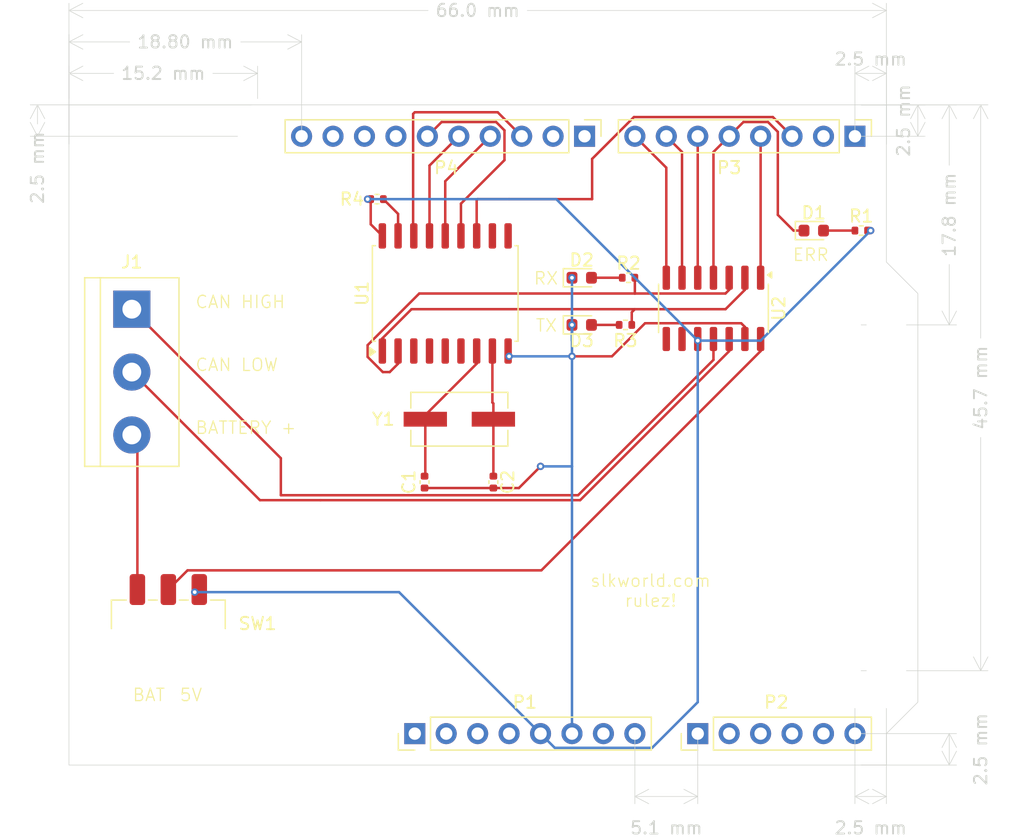
<source format=kicad_pcb>
(kicad_pcb (version 20240108) (generator "pcbnew") (generator_version "8.0")
  (layers (0 "F.Cu" signal) (31 "B.Cu" signal) (34 "B.Paste" user) (35 "F.Paste" user) (36 "B.SilkS" user "B.Silkscreen") (37 "F.SilkS" user "F.Silkscreen") (38 "B.Mask" user) (39 "F.Mask" user) (44 "Edge.Cuts" user))
  (net 0 "")
  (net 1 "Net-(U1-OSC2)")
  (net 2 "/GND")
  (net 3 "Net-(U1-OSC1)")
  (net 4 "/BAT+")
  (net 5 "/CANH")
  (net 6 "/CANL")
  (net 12 "/5V")
  (net 20 "/INT")
  (net 23 "/MOSI")
  (net 25 "/CS")
  (net 27 "/SCK")
  (net 30 "/MISO")
  (net 33 "Net-(U1-~{RESET})")
  (net 37 "/TX")
  (net 38 "/RX")
  (net 42 "/ERR")
  (net 43 "/WAKE")
  (net 44 "/STB")
  (net 46 "/INH")
  (net 47 "/EN")
  (net 49 "Net-(D1-A)")
  (net 50 "Net-(D2-A)")
  (net 51 "Net-(D3-A)")
  (net 52 "Net-(SW1-B)")
  (footprint "Connector_PinHeader_2.54mm:PinHeader_1x06_P2.54mm_Vertical" (layer "F.Cu") (at 152.4 101.6 90)
    (property "Reference" "P2" (at 2.54 6.35 180) (layer "F.SilkS"))
    (property "Value" "Analog")
    (fp_line (start -1.33 -1.33) (end 0 -1.33) (stroke (width 0.12)) (layer "F.SilkS"))
    (fp_line (start -1.33 0) (end -1.33 -1.33) (stroke (width 0.12)) (layer "F.SilkS"))
    (fp_line (start 1.33 1.27) (end 1.33 14.03) (stroke (width 0.12)) (layer "F.SilkS"))
    (fp_line (start -1.33 1.27) (end 1.33 1.27) (stroke (width 0.12)) (layer "F.SilkS"))
    (fp_line (start -1.33 1.27) (end -1.33 14.03) (stroke (width 0.12)) (layer "F.SilkS"))
    (fp_line (start -1.33 14.03) (end 1.33 14.03) (stroke (width 0.12)) (layer "F.SilkS"))
    (pad "1" thru_hole rect (at 0 0 90) (size 1.7 1.7) (drill 1) (layers "*.Cu" "*.Mask"))
    (pad "2" thru_hole oval (at 0 2.54 90) (size 1.7 1.7) (drill 1) (layers "*.Cu" "*.Mask"))
    (pad "3" thru_hole oval (at 0 5.08 90) (size 1.7 1.7) (drill 1) (layers "*.Cu" "*.Mask"))
    (pad "4" thru_hole oval (at 0 7.62 90) (size 1.7 1.7) (drill 1) (layers "*.Cu" "*.Mask"))
    (pad "5" thru_hole oval (at 0 10.16 90) (size 1.7 1.7) (drill 1) (layers "*.Cu" "*.Mask"))
    (pad "6" thru_hole oval (at 0 12.7 90) (size 1.7 1.7) (drill 1) (layers "*.Cu" "*.Mask"))
  )
  (footprint "TerminalBlock:TerminalBlock_bornier-3_P5.08mm" (layer "F.Cu") (at 106.68 67.31 -90)
    (property "Reference" "J1" (at -3.81 0 0) (layer "F.SilkS"))
    (property "Value" "Screw Terminal")
    (fp_line (start -2.54 3.81) (end 12.7 3.81) (stroke (width 0.12)) (layer "F.SilkS"))
    (fp_line (start -2.54 3.81) (end -2.54 -3.81) (stroke (width 0.12)) (layer "F.SilkS"))
    (fp_line (start 12.7 3.81) (end 12.7 -3.81) (stroke (width 0.12)) (layer "F.SilkS"))
    (fp_line (start -2.54 2.54) (end 12.7 2.54) (stroke (width 0.12)) (layer "F.SilkS"))
    (fp_line (start -2.54 -3.81) (end 12.7 -3.81) (stroke (width 0.12)) (layer "F.SilkS"))
    (pad "1" thru_hole rect (at 0 0 270) (size 3 3) (drill 1.52) (layers "*.Cu" "*.Mask") (net 5 "/CANH"))
    (pad "2" thru_hole circle (at 5.08 0 270) (size 3 3) (drill 1.52) (layers "*.Cu" "*.Mask") (net 6 "/CANL"))
    (pad "3" thru_hole circle (at 10.16 0 270) (size 3 3) (drill 1.52) (layers "*.Cu" "*.Mask") (net 4 "/BAT+"))
  )
  (footprint "Resistor_SMD:R_0402_1005Metric" (layer "F.Cu") (at 146.81 64.77)
    (property "Reference" "R2" (at 0 -1.17 0) (layer "F.SilkS"))
    (property "Value" "R")
    (fp_line (start -0.153641 -0.38) (end 0.153641 -0.38) (stroke (width 0.12)) (layer "F.SilkS"))
    (fp_line (start -0.153641 0.38) (end 0.153641 0.38) (stroke (width 0.12)) (layer "F.SilkS"))
    (pad "1" smd roundrect (at -0.51 0) (size 0.54 0.64) (layers "F.Cu" "F.Paste" "F.Mask") (net 50 "Net-(D2-A)"))
    (pad "2" smd roundrect (at 0.51 0) (size 0.54 0.64) (layers "F.Cu" "F.Paste" "F.Mask") (net 38 "/RX"))
  )
  (footprint "Package_SO:SOIC-14_3.9x8.7mm_P1.27mm" (layer "F.Cu") (at 153.67 67.245 -90)
    (property "Reference" "U2" (at 0 -5.28 90) (layer "F.SilkS"))
    (property "Value" "TJA1055T1")
    (fp_line (start 0 4.435) (end -1.95 4.435) (stroke (width 0.12)) (layer "F.SilkS"))
    (fp_line (start 0 4.435) (end 1.95 4.435) (stroke (width 0.12)) (layer "F.SilkS"))
    (fp_line (start 0 -4.435) (end -1.95 -4.435) (stroke (width 0.12)) (layer "F.SilkS"))
    (fp_line (start 0 -4.435) (end 1.95 -4.435) (stroke (width 0.12)) (layer "F.SilkS"))
    (fp_poly (pts (xy -2.7 -4.37) (xy -2.94 -4.7) (xy -2.46 -4.7) (xy -2.7 -4.37)) (stroke (width 0.12)) (fill solid) (layer "F.SilkS"))
    (pad "1" smd roundrect (at -2.475 -3.81 270) (size 1.95 0.6) (layers "F.Cu" "F.Paste" "F.Mask") (net 46 "/INH"))
    (pad "2" smd roundrect (at -2.475 -2.54 270) (size 1.95 0.6) (layers "F.Cu" "F.Paste" "F.Mask") (net 37 "/TX"))
    (pad "3" smd roundrect (at -2.475 -1.27 270) (size 1.95 0.6) (layers "F.Cu" "F.Paste" "F.Mask") (net 38 "/RX"))
    (pad "4" smd roundrect (at -2.475 0 270) (size 1.95 0.6) (layers "F.Cu" "F.Paste" "F.Mask") (net 42 "/ERR"))
    (pad "5" smd roundrect (at -2.475 1.27 270) (size 1.95 0.6) (layers "F.Cu" "F.Paste" "F.Mask") (net 44 "/STB"))
    (pad "6" smd roundrect (at -2.475 2.54 270) (size 1.95 0.6) (layers "F.Cu" "F.Paste" "F.Mask") (net 47 "/EN"))
    (pad "7" smd roundrect (at -2.475 3.81 270) (size 1.95 0.6) (layers "F.Cu" "F.Paste" "F.Mask") (net 43 "/WAKE"))
    (pad "8" smd roundrect (at 2.475 3.81 270) (size 1.95 0.6) (layers "F.Cu" "F.Paste" "F.Mask"))
    (pad "9" smd roundrect (at 2.475 2.54 270) (size 1.95 0.6) (layers "F.Cu" "F.Paste" "F.Mask"))
    (pad "10" smd roundrect (at 2.475 1.27 270) (size 1.95 0.6) (layers "F.Cu" "F.Paste" "F.Mask") (net 12 "/5V"))
    (pad "11" smd roundrect (at 2.475 0 270) (size 1.95 0.6) (layers "F.Cu" "F.Paste" "F.Mask") (net 5 "/CANH"))
    (pad "12" smd roundrect (at 2.475 -1.27 270) (size 1.95 0.6) (layers "F.Cu" "F.Paste" "F.Mask") (net 6 "/CANL"))
    (pad "13" smd roundrect (at 2.475 -2.54 270) (size 1.95 0.6) (layers "F.Cu" "F.Paste" "F.Mask") (net 2 "/GND"))
    (pad "14" smd roundrect (at 2.475 -3.81 270) (size 1.95 0.6) (layers "F.Cu" "F.Paste" "F.Mask") (net 52 "Net-(SW1-B)"))
  )
  (footprint "LED_SMD:LED_0603_1608Metric" (layer "F.Cu") (at 143.0275 64.77)
    (property "Reference" "D2" (at 0 -1.43 0) (layer "F.SilkS"))
    (property "Value" "RX" (hide yes))
    (fp_line (start -1.485 -0.735) (end -1.485 0.735) (stroke (width 0.12)) (layer "F.SilkS"))
    (fp_line (start -1.485 0.735) (end 0.8 0.735) (stroke (width 0.12)) (layer "F.SilkS"))
    (fp_line (start 0.8 -0.735) (end -1.485 -0.735) (stroke (width 0.12)) (layer "F.SilkS"))
    (pad "1" smd roundrect (at -0.7875 0) (size 0.875 0.95) (layers "F.Cu" "F.Paste" "F.Mask") (net 2 "/GND"))
    (pad "2" smd roundrect (at 0.7875 0) (size 0.875 0.95) (layers "F.Cu" "F.Paste" "F.Mask") (net 50 "Net-(D2-A)"))
  )
  (footprint "Button_Switch_SMD:SW_SPDT_CK_JS102011SAQN" (layer "F.Cu") (at 109.63 92.71)
    (property "Reference" "SW1" (at 7.21 0 0) (layer "F.SilkS"))
    (property "Value" "SW_SPDT" (hide yes))
    (fp_line (start -4.6 -1.9) (end -3.4 -1.9) (stroke (width 0.12)) (layer "F.SilkS"))
    (fp_line (start -4.6 0.4) (end -4.6 -1.9) (stroke (width 0.12)) (layer "F.SilkS"))
    (fp_line (start -0.9 -1.9) (end -1.6 -1.9) (stroke (width 0.12)) (layer "F.SilkS"))
    (fp_line (start 1.6 -1.9) (end 0.9 -1.9) (stroke (width 0.12)) (layer "F.SilkS"))
    (fp_line (start 3.4 -1.9) (end 4.6 -1.9) (stroke (width 0.12)) (layer "F.SilkS"))
    (fp_line (start 4.6 -1.9) (end 4.6 0.4) (stroke (width 0.12)) (layer "F.SilkS"))
    (pad "" np_thru_hole circle (at -3.4 0) (size 0.9 0.9) (drill 0.9) (layers "*.Cu" "*.Mask"))
    (pad "" np_thru_hole circle (at 3.4 0) (size 0.9 0.9) (drill 0.9) (layers "*.Cu" "*.Mask"))
    (pad "1" smd roundrect (at -2.5 -2.75) (size 1.25 2.5) (layers "F.Cu" "F.Paste" "F.Mask") (roundrect_rratio 0.2) (net 4 "/BAT+"))
    (pad "2" smd roundrect (at 0 -2.75) (size 1.25 2.5) (layers "F.Cu" "F.Paste" "F.Mask") (roundrect_rratio 0.2) (net 52 "Net-(SW1-B)"))
    (pad "3" smd roundrect (at 2.5 -2.75) (size 1.25 2.5) (layers "F.Cu" "F.Paste" "F.Mask") (roundrect_rratio 0.2) (net 12 "/5V"))
  )
  (footprint "MountingHole:MountingHole_3.2mm_M3" (layer "F.Cu") (at 116.84 53.34)
    (property "Reference" "H1" (hide yes))
    (property "Value" "MountingHole" (hide yes))
    (pad "" np_thru_hole circle (at 0 0) (size 3.2 3.2) (drill 3.2) (layers "*.Cu" "*.Mask"))
  )
  (footprint "Connector_PinHeader_2.54mm:PinHeader_1x08_P2.54mm_Vertical" (layer "F.Cu") (at 165.1 53.34 -90)
    (property "Reference" "P3" (at 2.54 10.16 0) (layer "F.SilkS"))
    (property "Value" "Digital 1")
    (fp_line (start -1.33 19.11) (end 1.33 19.11) (stroke (width 0.12)) (layer "F.SilkS"))
    (fp_line (start -1.33 1.27) (end -1.33 19.11) (stroke (width 0.12)) (layer "F.SilkS"))
    (fp_line (start -1.33 1.27) (end 1.33 1.27) (stroke (width 0.12)) (layer "F.SilkS"))
    (fp_line (start 1.33 1.27) (end 1.33 19.11) (stroke (width 0.12)) (layer "F.SilkS"))
    (fp_line (start -1.33 0) (end -1.33 -1.33) (stroke (width 0.12)) (layer "F.SilkS"))
    (fp_line (start -1.33 -1.33) (end 0 -1.33) (stroke (width 0.12)) (layer "F.SilkS"))
    (pad "1" thru_hole rect (at 0 0 270) (size 1.7 1.7) (drill 1) (layers "*.Cu" "*.Mask"))
    (pad "2" thru_hole oval (at 0 2.54 270) (size 1.7 1.7) (drill 1) (layers "*.Cu" "*.Mask"))
    (pad "3" thru_hole oval (at 0 5.08 270) (size 1.7 1.7) (drill 1) (layers "*.Cu" "*.Mask") (net 20 "/INT"))
    (pad "4" thru_hole oval (at 0 7.62 270) (size 1.7 1.7) (drill 1) (layers "*.Cu" "*.Mask") (net 46 "/INH"))
    (pad "5" thru_hole oval (at 0 10.16 270) (size 1.7 1.7) (drill 1) (layers "*.Cu" "*.Mask") (net 42 "/ERR"))
    (pad "6" thru_hole oval (at 0 12.7 270) (size 1.7 1.7) (drill 1) (layers "*.Cu" "*.Mask") (net 44 "/STB"))
    (pad "7" thru_hole oval (at 0 15.24 270) (size 1.7 1.7) (drill 1) (layers "*.Cu" "*.Mask") (net 47 "/EN"))
    (pad "8" thru_hole oval (at 0 17.78 270) (size 1.7 1.7) (drill 1) (layers "*.Cu" "*.Mask") (net 43 "/WAKE"))
  )
  (footprint "LED_SMD:LED_0603_1608Metric" (layer "F.Cu") (at 143.0275 68.58)
    (property "Reference" "D3" (at 0 1.27 0) (layer "F.SilkS"))
    (property "Value" "TX" (hide yes))
    (fp_line (start -1.485 -0.735) (end -1.485 0.735) (stroke (width 0.12)) (layer "F.SilkS"))
    (fp_line (start -1.485 0.735) (end 0.8 0.735) (stroke (width 0.12)) (layer "F.SilkS"))
    (fp_line (start 0.8 -0.735) (end -1.485 -0.735) (stroke (width 0.12)) (layer "F.SilkS"))
    (pad "1" smd roundrect (at -0.7875 0) (size 0.875 0.95) (layers "F.Cu" "F.Paste" "F.Mask") (net 2 "/GND"))
    (pad "2" smd roundrect (at 0.7875 0) (size 0.875 0.95) (layers "F.Cu" "F.Paste" "F.Mask") (net 51 "Net-(D3-A)"))
  )
  (footprint "Resistor_SMD:R_0402_1005Metric" (layer "F.Cu") (at 165.61 60.96)
    (property "Reference" "R1" (at 0 -1.17 0) (layer "F.SilkS"))
    (property "Value" "R")
    (fp_line (start -0.153641 -0.38) (end 0.153641 -0.38) (stroke (width 0.12)) (layer "F.SilkS"))
    (fp_line (start -0.153641 0.38) (end 0.153641 0.38) (stroke (width 0.12)) (layer "F.SilkS"))
    (pad "1" smd roundrect (at -0.51 0) (size 0.54 0.64) (layers "F.Cu" "F.Paste" "F.Mask") (net 49 "Net-(D1-A)"))
    (pad "2" smd roundrect (at 0.51 0) (size 0.54 0.64) (layers "F.Cu" "F.Paste" "F.Mask") (net 12 "/5V"))
  )
  (footprint "LED_SMD:LED_0603_1608Metric" (layer "F.Cu") (at 161.7725 60.96)
    (property "Reference" "D1" (at 0 -1.43 0) (layer "F.SilkS"))
    (property "Value" "ERR" (hide yes))
    (fp_line (start -1.485 -0.735) (end -1.485 0.735) (stroke (width 0.12)) (layer "F.SilkS"))
    (fp_line (start -1.485 0.735) (end 0.8 0.735) (stroke (width 0.12)) (layer "F.SilkS"))
    (fp_line (start 0.8 -0.735) (end -1.485 -0.735) (stroke (width 0.12)) (layer "F.SilkS"))
    (pad "1" smd roundrect (at -0.7875 0) (size 0.875 0.95) (layers "F.Cu" "F.Paste" "F.Mask") (net 42 "/ERR"))
    (pad "2" smd roundrect (at 0.7875 0) (size 0.875 0.95) (layers "F.Cu" "F.Paste" "F.Mask") (net 49 "Net-(D1-A)"))
  )
  (footprint "Resistor_SMD:R_0402_1005Metric" (layer "F.Cu") (at 126.49 58.42 180)
    (property "Reference" "R4" (at 2.03 0 180) (layer "F.SilkS"))
    (property "Value" "10K")
    (fp_line (start -0.153641 0.38) (end 0.153641 0.38) (stroke (width 0.12)) (layer "F.SilkS"))
    (fp_line (start -0.153641 -0.38) (end 0.153641 -0.38) (stroke (width 0.12)) (layer "F.SilkS"))
    (pad "1" smd roundrect (at -0.51 0 180) (size 0.54 0.64) (layers "F.Cu" "F.Paste" "F.Mask") (net 33 "Net-(U1-~{RESET})"))
    (pad "2" smd roundrect (at 0.51 0 180) (size 0.54 0.64) (layers "F.Cu" "F.Paste" "F.Mask") (net 12 "/5V"))
  )
  (footprint "MountingHole:MountingHole_3.2mm_M3" (layer "F.Cu") (at 167.64 68.58)
    (property "Reference" "H3" (hide yes))
    (property "Value" "MountingHole" (hide yes))
    (pad "" np_thru_hole circle (at 0 0) (size 3.2 3.2) (drill 3.2) (layers "*.Cu" "*.Mask"))
  )
  (footprint "Package_SO:SOIC-18W_7.5x11.6mm_P1.27mm" (layer "F.Cu") (at 132 66.04 90)
    (property "Reference" "U1" (at 0 -6.72 270) (layer "F.SilkS"))
    (property "Value" "MCP2515-xSO")
    (fp_line (start 3.86 -5.885) (end 3.86 -5.64) (stroke (width 0.12)) (layer "F.SilkS"))
    (fp_line (start 0 -5.885) (end 3.86 -5.885) (stroke (width 0.12)) (layer "F.SilkS"))
    (fp_line (start 0 -5.885) (end -3.86 -5.885) (stroke (width 0.12)) (layer "F.SilkS"))
    (fp_line (start -3.86 -5.885) (end -3.86 -5.64) (stroke (width 0.12)) (layer "F.SilkS"))
    (fp_line (start 3.86 5.885) (end 3.86 5.64) (stroke (width 0.12)) (layer "F.SilkS"))
    (fp_line (start 0 5.885) (end 3.86 5.885) (stroke (width 0.12)) (layer "F.SilkS"))
    (fp_line (start 0 5.885) (end -3.86 5.885) (stroke (width 0.12)) (layer "F.SilkS"))
    (fp_line (start -3.86 5.885) (end -3.86 5.64) (stroke (width 0.12)) (layer "F.SilkS"))
    (fp_poly (pts (xy -4.7125 -5.64) (xy -5.0525 -6.11) (xy -4.3725 -6.11) (xy -4.7125 -5.64)) (stroke (width 0.12)) (fill solid) (layer "F.SilkS"))
    (pad "1" smd roundrect (at -4.65 -5.08 90) (size 2.05 0.6) (layers "F.Cu" "F.Paste" "F.Mask") (net 37 "/TX"))
    (pad "2" smd roundrect (at -4.65 -3.81 90) (size 2.05 0.6) (layers "F.Cu" "F.Paste" "F.Mask") (net 38 "/RX"))
    (pad "3" smd roundrect (at -4.65 -2.54 90) (size 2.05 0.6) (layers "F.Cu" "F.Paste" "F.Mask"))
    (pad "4" smd roundrect (at -4.65 -1.27 90) (size 2.05 0.6) (layers "F.Cu" "F.Paste" "F.Mask"))
    (pad "5" smd roundrect (at -4.65 0 90) (size 2.05 0.6) (layers "F.Cu" "F.Paste" "F.Mask"))
    (pad "6" smd roundrect (at -4.65 1.27 90) (size 2.05 0.6) (layers "F.Cu" "F.Paste" "F.Mask"))
    (pad "7" smd roundrect (at -4.65 2.54 90) (size 2.05 0.6) (layers "F.Cu" "F.Paste" "F.Mask") (net 1 "Net-(U1-OSC2)"))
    (pad "8" smd roundrect (at -4.65 3.81 90) (size 2.05 0.6) (layers "F.Cu" "F.Paste" "F.Mask") (net 3 "Net-(U1-OSC1)"))
    (pad "9" smd roundrect (at -4.65 5.08 90) (size 2.05 0.6) (layers "F.Cu" "F.Paste" "F.Mask") (net 2 "/GND"))
    (pad "10" smd roundrect (at 4.65 5.08 90) (size 2.05 0.6) (layers "F.Cu" "F.Paste" "F.Mask"))
    (pad "11" smd roundrect (at 4.65 3.81 90) (size 2.05 0.6) (layers "F.Cu" "F.Paste" "F.Mask"))
    (pad "12" smd roundrect (at 4.65 2.54 90) (size 2.05 0.6) (layers "F.Cu" "F.Paste" "F.Mask") (net 20 "/INT"))
    (pad "13" smd roundrect (at 4.65 1.27 90) (size 2.05 0.6) (layers "F.Cu" "F.Paste" "F.Mask") (net 27 "/SCK"))
    (pad "14" smd roundrect (at 4.65 0 90) (size 2.05 0.6) (layers "F.Cu" "F.Paste" "F.Mask") (net 23 "/MOSI"))
    (pad "15" smd roundrect (at 4.65 -1.27 90) (size 2.05 0.6) (layers "F.Cu" "F.Paste" "F.Mask") (net 30 "/MISO"))
    (pad "16" smd roundrect (at 4.65 -2.54 90) (size 2.05 0.6) (layers "F.Cu" "F.Paste" "F.Mask") (net 25 "/CS"))
    (pad "17" smd roundrect (at 4.65 -3.81 90) (size 2.05 0.6) (layers "F.Cu" "F.Paste" "F.Mask") (net 33 "Net-(U1-~{RESET})"))
    (pad "18" smd roundrect (at 4.65 -5.08 90) (size 2.05 0.6) (layers "F.Cu" "F.Paste" "F.Mask") (net 12 "/5V"))
  )
  (footprint "MountingHole:MountingHole_3.2mm_M3" (layer "F.Cu") (at 116.84 101.6)
    (property "Reference" "H2" (hide yes))
    (property "Value" "MountingHole" (hide yes))
    (pad "" np_thru_hole circle (at 0 0) (size 3.2 3.2) (drill 3.2) (layers "*.Cu" "*.Mask"))
  )
  (footprint "MountingHole:MountingHole_3.2mm_M3" (layer "F.Cu") (at 167.64 96.52)
    (property "Reference" "H4" (hide yes))
    (property "Value" "MountingHole" (hide yes))
    (pad "" np_thru_hole circle (at 0 0) (size 3.2 3.2) (drill 3.2) (layers "*.Cu" "*.Mask"))
  )
  (footprint "Crystal:Crystal_SMD_ECS_CSM3X-2Pin_7.6x4.1mm" (layer "F.Cu") (at 133.14 76.2)
    (property "Reference" "Y1" (at -6.14 0 0) (layer "F.SilkS"))
    (property "Value" "16MHz")
    (fp_line (start -3.92 -2.17) (end -3.92 -0.9) (stroke (width 0.12)) (layer "F.SilkS"))
    (fp_line (start -3.92 -2.17) (end 3.92 -2.17) (stroke (width 0.12)) (layer "F.SilkS"))
    (fp_line (start -3.92 2.17) (end -3.92 0.9) (stroke (width 0.12)) (layer "F.SilkS"))
    (fp_line (start -3.92 2.17) (end 3.92 2.17) (stroke (width 0.12)) (layer "F.SilkS"))
    (fp_line (start 3.92 -2.17) (end 3.92 -0.9) (stroke (width 0.12)) (layer "F.SilkS"))
    (fp_line (start 3.92 2.17) (end 3.92 0.9) (stroke (width 0.12)) (layer "F.SilkS"))
    (pad "1" smd rect (at -2.75 0) (size 3.5 1.2) (layers "F.Cu" "F.Paste" "F.Mask") (net 1 "Net-(U1-OSC2)"))
    (pad "2" smd rect (at 2.75 0) (size 3.5 1.2) (layers "F.Cu" "F.Paste" "F.Mask") (net 3 "Net-(U1-OSC1)"))
  )
  (footprint "Connector_PinHeader_2.54mm:PinHeader_1x10_P2.54mm_Vertical" (layer "F.Cu") (at 143.256 53.34 -90)
    (property "Reference" "P4" (at 2.54 11.176 0) (layer "F.SilkS"))
    (property "Value" "Digital 2")
    (fp_line (start -1.33 24.19) (end 1.33 24.19) (stroke (width 0.12)) (layer "F.SilkS"))
    (fp_line (start -1.33 1.27) (end -1.33 24.19) (stroke (width 0.12)) (layer "F.SilkS"))
    (fp_line (start -1.33 1.27) (end 1.33 1.27) (stroke (width 0.12)) (layer "F.SilkS"))
    (fp_line (start 1.33 1.27) (end 1.33 24.19) (stroke (width 0.12)) (layer "F.SilkS"))
    (fp_line (start -1.33 0) (end -1.33 -1.33) (stroke (width 0.12)) (layer "F.SilkS"))
    (fp_line (start -1.33 -1.33) (end 0 -1.33) (stroke (width 0.12)) (layer "F.SilkS"))
    (pad "1" thru_hole rect (at 0 0 270) (size 1.7 1.7) (drill 1) (layers "*.Cu" "*.Mask"))
    (pad "2" thru_hole oval (at 0 2.54 270) (size 1.7 1.7) (drill 1) (layers "*.Cu" "*.Mask"))
    (pad "3" thru_hole oval (at 0 5.08 270) (size 1.7 1.7) (drill 1) (layers "*.Cu" "*.Mask") (net 25 "/CS"))
    (pad "4" thru_hole oval (at 0 7.62 270) (size 1.7 1.7) (drill 1) (layers "*.Cu" "*.Mask") (net 23 "/MOSI"))
    (pad "5" thru_hole oval (at 0 10.16 270) (size 1.7 1.7) (drill 1) (layers "*.Cu" "*.Mask") (net 30 "/MISO"))
    (pad "6" thru_hole oval (at 0 12.7 270) (size 1.7 1.7) (drill 1) (layers "*.Cu" "*.Mask") (net 27 "/SCK"))
    (pad "7" thru_hole oval (at 0 15.24 270) (size 1.7 1.7) (drill 1) (layers "*.Cu" "*.Mask"))
    (pad "8" thru_hole oval (at 0 17.78 270) (size 1.7 1.7) (drill 1) (layers "*.Cu" "*.Mask"))
    (pad "9" thru_hole oval (at 0 20.32 270) (size 1.7 1.7) (drill 1) (layers "*.Cu" "*.Mask"))
    (pad "10" thru_hole oval (at 0 22.86 270) (size 1.7 1.7) (drill 1) (layers "*.Cu" "*.Mask"))
  )
  (footprint "Capacitor_SMD:C_0402_1005Metric" (layer "F.Cu") (at 135.89 81.28 -90)
    (property "Reference" "C2" (at 0 -1.16 90) (layer "F.SilkS"))
    (property "Value" "22pF")
    (fp_line (start -0.107836 0.36) (end 0.107836 0.36) (stroke (width 0.12)) (layer "F.SilkS"))
    (fp_line (start -0.107836 -0.36) (end 0.107836 -0.36) (stroke (width 0.12)) (layer "F.SilkS"))
    (pad "1" smd roundrect (at -0.48 0 270) (size 0.56 0.62) (layers "F.Cu" "F.Paste" "F.Mask") (net 3 "Net-(U1-OSC1)"))
    (pad "2" smd roundrect (at 0.48 0 270) (size 0.56 0.62) (layers "F.Cu" "F.Paste" "F.Mask") (net 2 "/GND"))
  )
  (footprint "Capacitor_SMD:C_0402_1005Metric" (layer "F.Cu") (at 130.33 81.28 -90)
    (property "Reference" "C1" (at 0 1.27 90) (layer "F.SilkS"))
    (property "Value" "22pF")
    (fp_line (start -0.107836 0.36) (end 0.107836 0.36) (stroke (width 0.12)) (layer "F.SilkS"))
    (fp_line (start -0.107836 -0.36) (end 0.107836 -0.36) (stroke (width 0.12)) (layer "F.SilkS"))
    (pad "1" smd roundrect (at -0.48 0 270) (size 0.56 0.62) (layers "F.Cu" "F.Paste" "F.Mask") (net 1 "Net-(U1-OSC2)"))
    (pad "2" smd roundrect (at 0.48 0 270) (size 0.56 0.62) (layers "F.Cu" "F.Paste" "F.Mask") (net 2 "/GND"))
  )
  (footprint "Resistor_SMD:R_0402_1005Metric" (layer "F.Cu") (at 146.56 68.58)
    (property "Reference" "R3" (at 0 1.27 0) (layer "F.SilkS"))
    (property "Value" "R")
    (fp_line (start -0.153641 -0.38) (end 0.153641 -0.38) (stroke (width 0.12)) (layer "F.SilkS"))
    (fp_line (start -0.153641 0.38) (end 0.153641 0.38) (stroke (width 0.12)) (layer "F.SilkS"))
    (pad "1" smd roundrect (at -0.51 0) (size 0.54 0.64) (layers "F.Cu" "F.Paste" "F.Mask") (net 51 "Net-(D3-A)"))
    (pad "2" smd roundrect (at 0.51 0) (size 0.54 0.64) (layers "F.Cu" "F.Paste" "F.Mask") (net 37 "/TX"))
  )
  (footprint "Connector_PinHeader_2.54mm:PinHeader_1x08_P2.54mm_Vertical" (layer "F.Cu") (at 129.54 101.6 90)
    (property "Reference" "P1" (at 2.54 8.89 180) (layer "F.SilkS"))
    (property "Value" "Power")
    (fp_line (start -1.33 -1.33) (end 0 -1.33) (stroke (width 0.12)) (layer "F.SilkS"))
    (fp_line (start -1.33 0) (end -1.33 -1.33) (stroke (width 0.12)) (layer "F.SilkS"))
    (fp_line (start 1.33 1.27) (end 1.33 19.11) (stroke (width 0.12)) (layer "F.SilkS"))
    (fp_line (start -1.33 1.27) (end 1.33 1.27) (stroke (width 0.12)) (layer "F.SilkS"))
    (fp_line (start -1.33 1.27) (end -1.33 19.11) (stroke (width 0.12)) (layer "F.SilkS"))
    (fp_line (start -1.33 19.11) (end 1.33 19.11) (stroke (width 0.12)) (layer "F.SilkS"))
    (pad "1" thru_hole rect (at 0 0 90) (size 1.7 1.7) (drill 1) (layers "*.Cu" "*.Mask"))
    (pad "2" thru_hole oval (at 0 2.54 90) (size 1.7 1.7) (drill 1) (layers "*.Cu" "*.Mask"))
    (pad "3" thru_hole oval (at 0 5.08 90) (size 1.7 1.7) (drill 1) (layers "*.Cu" "*.Mask"))
    (pad "4" thru_hole oval (at 0 7.62 90) (size 1.7 1.7) (drill 1) (layers "*.Cu" "*.Mask"))
    (pad "5" thru_hole oval (at 0 10.16 90) (size 1.7 1.7) (drill 1) (layers "*.Cu" "*.Mask") (net 12 "/5V"))
    (pad "6" thru_hole oval (at 0 12.7 90) (size 1.7 1.7) (drill 1) (layers "*.Cu" "*.Mask") (net 2 "/GND"))
    (pad "7" thru_hole oval (at 0 15.24 90) (size 1.7 1.7) (drill 1) (layers "*.Cu" "*.Mask"))
    (pad "8" thru_hole oval (at 0 17.78 90) (size 1.7 1.7) (drill 1) (layers "*.Cu" "*.Mask"))
  )
  (gr_line (start 137.16 58.42) (end 134.62 58.42) (stroke (width 0.2)) (layer "F.Cu") (net 20))
  (gr_line (start 134.62 58.42) (end 134.62 58.42) (stroke (width 0.2)) (layer "F.Cu") (net 20))
  (gr_poly (pts (xy 101.6 50.8) (xy 101.6 104.14) (xy 167.64 104.14) (xy 167.64 101.6) (xy 170.18 99.06) (xy 170.18 66.04) (xy 167.64 63.5) (xy 167.64 50.8)) (stroke (width 0.05)) (fill none) (layer "Edge.Cuts"))
  (gr_text "ERR" (at 160.02 63.5 0) (layer "F.SilkS") (effects (font (size 1 1) (thickness 0.1)) (justify left bottom)))
  (gr_text "TX" (at 139.248993 69.210757 0) (layer "F.SilkS") (effects (font (size 1 1) (thickness 0.1)) (justify left bottom)))
  (gr_text "CAN LOW" (at 111.76 72.39 0) (layer "F.SilkS") (effects (font (size 1 1) (thickness 0.1)) (justify left bottom)))
  (gr_text "BATTERY +" (at 111.76 77.47 0) (layer "F.SilkS") (effects (font (size 1 1) (thickness 0.1)) (justify left bottom)))
  (gr_text "5V" (at 110.49 99.06 0) (layer "F.SilkS") (effects (font (size 1 1) (thickness 0.1)) (justify left bottom)))
  (gr_text "BAT\n" (at 106.68 99.06 0) (layer "F.SilkS") (effects (font (size 1 1) (thickness 0.1)) (justify left bottom)))
  (gr_text "RX" (at 139.096764 65.405053 0) (layer "F.SilkS") (effects (font (size 1 1) (thickness 0.1)) (justify left bottom)))
  (gr_text "CAN HIGH\n" (at 111.76 67.31 0) (layer "F.SilkS") (effects (font (size 1 1) (thickness 0.1)) (justify left bottom)))
  (gr_text "slkworld.com\nrulez!" (at 148.59 91.44 0) (layer "F.SilkS") (effects (font (size 1 1) (thickness 0.1)) (justify bottom)))
  (dimension (type aligned) (layer "Edge.Cuts") (pts (xy 101.6 54.48) (xy 167.64 54.48)) (height -11.3) (gr_text "2.6 in" (at 134.62 43.18 0) (layer "Edge.Cuts") (effects (font (size 1 1) (thickness 0.15)))) (format (prefix "") (suffix "") (units 3) (units_format 1) (precision 1)) (style (thickness 0.05) (arrow_length 1.27) (text_position_mode 2) (extension_height 0.58642) (extension_offset 0.5) keep_text_aligned))
  (dimension (type aligned) (layer "Edge.Cuts") (pts (xy 165.1 50.8) (xy 165.1 68.58)) (height -7.62) (gr_text "0.7 in" (at 172.72 59.69 90) (layer "Edge.Cuts") (effects (font (size 1 1) (thickness 0.15)))) (format (prefix "") (suffix "") (units 3) (units_format 1) (precision 1)) (style (thickness 0.05) (arrow_length 1.27) (text_position_mode 2) (extension_height 0.58642) (extension_offset 0.5) keep_text_aligned))
  (dimension (type aligned) (layer "Edge.Cuts") (pts (xy 165.1 53.34) (xy 165.1 50.8)) (height 5.08) (gr_text "0.1 in" (at 169.03 52.07 90) (layer "Edge.Cuts") (effects (font (size 1 1) (thickness 0.15)))) (format (prefix "") (suffix "") (units 3) (units_format 1) (precision 1)) (style (thickness 0.05) (arrow_length 1.27) (text_position_mode 0) (extension_height 0.58642) (extension_offset 0.5) keep_text_aligned))
  (dimension (type aligned) (layer "Edge.Cuts") (pts (xy 165.1 53.34) (xy 167.64 53.34)) (height -5.08) (gr_text "0.1 in" (at 166.37 47.11 0) (layer "Edge.Cuts") (effects (font (size 1 1) (thickness 0.15)))) (format (prefix "") (suffix "") (units 3) (units_format 1) (precision 1)) (style (thickness 0.05) (arrow_length 1.27) (text_position_mode 0) (extension_height 0.58642) (extension_offset 0.5) keep_text_aligned))
  (dimension (type aligned) (layer "Edge.Cuts") (pts (xy 165.1 99.06) (xy 167.64 99.06)) (height 7.62) (gr_text "0.1 in" (at 166.37 109.22 0) (layer "Edge.Cuts") (effects (font (size 1 1) (thickness 0.15)))) (format (prefix "") (suffix "") (units 3) (units_format 1) (precision 1)) (style (thickness 0.05) (arrow_length 1.27) (text_position_mode 2) (extension_height 0.58642) (extension_offset 0.5) keep_text_aligned))
  (dimension (type aligned) (layer "Edge.Cuts") (pts (xy 165.1 101.6) (xy 165.1 104.14)) (height -7.62) (gr_text "0.1 in" (at 175.26 102.87 90) (layer "Edge.Cuts") (effects (font (size 1 1) (thickness 0.15)))) (format (prefix "") (suffix "") (units 3) (units_format 1) (precision 1)) (style (thickness 0.05) (arrow_length 1.27) (text_position_mode 2) (extension_height 0.58642) (extension_offset 0.5) keep_text_aligned))
  (dimension (type aligned) (layer "Edge.Cuts") (pts (xy 165.1 50.8) (xy 165.1 96.52)) (height -10.16) (gr_text "1.8 in" (at 175.26 73.66 90) (layer "Edge.Cuts") (effects (font (size 1 1) (thickness 0.15)))) (format (prefix "") (suffix "") (units 3) (units_format 1) (precision 1)) (style (thickness 0.05) (arrow_length 1.27) (text_position_mode 2) (extension_height 0.58642) (extension_offset 0.5) keep_text_aligned))
  (dimension (type aligned) (layer "Edge.Cuts") (pts (xy 101.6 50.8) (xy 116.84 50.8)) (height -2.54) (gr_text "0.6 in" (at 109.22 48.26 0) (layer "Edge.Cuts") (effects (font (size 1 1) (thickness 0.15)))) (format (prefix "") (suffix "") (units 3) (units_format 1) (precision 1)) (style (thickness 0.05) (arrow_length 1.27) (text_position_mode 2) (extension_height 0.58642) (extension_offset 0.5) keep_text_aligned))
  (dimension (type aligned) (layer "Edge.Cuts") (pts (xy 101.6 53.34) (xy 120.396 53.34)) (height -7.62) (gr_text "0.74 in" (at 110.998 45.72 0) (layer "Edge.Cuts") (effects (font (size 1 1) (thickness 0.15)))) (format (prefix "") (suffix "") (units 3) (units_format 1) (precision 2)) (style (thickness 0.05) (arrow_length 1.27) (text_position_mode 2) (extension_height 0.58642) (extension_offset 0.5) keep_text_aligned))
  (dimension (type aligned) (layer "Edge.Cuts") (pts (xy 116.84 53.34) (xy 116.84 50.8)) (height -17.78) (gr_text "0.1 in" (at 99.06 55.88 90) (layer "Edge.Cuts") (effects (font (size 1 1) (thickness 0.15)))) (format (prefix "") (suffix "") (units 3) (units_format 1) (precision 1)) (style (thickness 0.05) (arrow_length 1.27) (text_position_mode 2) (extension_height 0.58642) (extension_offset 0.5) keep_text_aligned))
  (dimension (type aligned) (layer "Edge.Cuts") (pts (xy 147.32 101.6) (xy 152.4 101.6)) (height 5.08) (gr_text "0.2 in" (at 149.86 109.22 0) (layer "Edge.Cuts") (effects (font (size 1 1) (thickness 0.15)))) (format (prefix "") (suffix "") (units 3) (units_format 1) (precision 1)) (style (thickness 0.05) (arrow_length 1.27) (text_position_mode 2) (extension_height 0.58642) (extension_offset 0.5) keep_text_aligned))
  (segment (start 130.39 76.2) (end 130.39 80.74) (width 0.2) (layer "F.Cu") (net 1))
  (segment (start 134.54 71.714999) (end 130.39 75.864999) (width 0.2) (layer "F.Cu") (net 1))
  (segment (start 134.54 70.69) (end 134.54 71.714999) (width 0.2) (layer "F.Cu") (net 1))
  (segment (start 148.143924 68.445) (end 145.468924 71.12) (width 0.2) (layer "F.Cu") (net 2))
  (segment (start 156.21 69.72) (end 156.21 68.745001) (width 0.2) (layer "F.Cu") (net 2))
  (segment (start 156.21 68.745001) (end 155.909999 68.445) (width 0.2) (layer "F.Cu") (net 2))
  (segment (start 137.95 81.76) (end 135.89 81.76) (width 0.2) (layer "F.Cu") (net 2))
  (segment (start 130.33 81.76) (end 135.89 81.76) (width 0.2) (layer "F.Cu") (net 2))
  (segment (start 155.909999 68.445) (end 148.143924 68.445) (width 0.2) (layer "F.Cu") (net 2))
  (segment (start 139.7 80.01) (end 137.95 81.76) (width 0.2) (layer "F.Cu") (net 2))
  (segment (start 145.468924 71.12) (end 142.24 71.12) (width 0.2) (layer "F.Cu") (net 2))
  (via (at 142.24 71.12) (size 0.6) (drill 0.3) (layers "F.Cu" "B.Cu") (net 2))
  (via (at 137.16 71.12) (size 0.6) (drill 0.3) (layers "F.Cu" "B.Cu") (net 2))
  (via (at 139.7 80.01) (size 0.6) (drill 0.3) (layers "F.Cu" "B.Cu") (net 2))
  (via (at 142.24 68.58) (size 0.6) (drill 0.3) (layers "F.Cu" "B.Cu") (net 2))
  (via (at 142.24 64.77) (size 0.6) (drill 0.3) (layers "F.Cu" "B.Cu") (net 2))
  (segment (start 142.24 69.85) (end 142.24 64.77) (width 0.2) (layer "B.Cu") (net 2))
  (segment (start 142.24 71.12) (end 142.24 68.58) (width 0.2) (layer "B.Cu") (net 2))
  (segment (start 142.24 101.6) (end 142.24 80.01) (width 0.2) (layer "B.Cu") (net 2))
  (segment (start 142.24 80.01) (end 142.24 71.12) (width 0.2) (layer "B.Cu") (net 2))
  (segment (start 142.24 68.58) (end 142.24 69.85) (width 0.2) (layer "B.Cu") (net 2))
  (segment (start 137.16 71.12) (end 142.24 71.12) (width 0.2) (layer "B.Cu") (net 2))
  (segment (start 139.7 80.01) (end 142.24 80.01) (width 0.2) (layer "B.Cu") (net 2))
  (segment (start 135.81 74.85) (end 135.81 70.69) (width 0.2) (layer "F.Cu") (net 3))
  (segment (start 135.89 76.2) (end 135.89 80.8) (width 0.2) (layer "F.Cu") (net 3))
  (segment (start 135.89 74.93) (end 135.81 74.85) (width 0.2) (layer "F.Cu") (net 3))
  (segment (start 135.89 76.2) (end 135.89 74.93) (width 0.2) (layer "F.Cu") (net 3))
  (segment (start 107.13 89.96) (end 107.13 77.92) (width 0.2) (layer "F.Cu") (net 4))
  (segment (start 153.67 71.405551) (end 142.735551 82.34) (width 0.2) (layer "F.Cu") (net 5))
  (segment (start 142.735551 82.34) (end 118.72 82.34) (width 0.2) (layer "F.Cu") (net 5))
  (segment (start 153.67 69.72) (end 153.67 71.405551) (width 0.2) (layer "F.Cu") (net 5))
  (segment (start 118.72 79.35) (end 106.68 67.31) (width 0.2) (layer "F.Cu") (net 5))
  (segment (start 118.72 82.34) (end 118.72 79.35) (width 0.2) (layer "F.Cu") (net 5))
  (segment (start 106.68 72.39) (end 117.03 82.74) (width 0.2) (layer "F.Cu") (net 6))
  (segment (start 154.94 70.701238) (end 142.901238 82.74) (width 0.2) (layer "F.Cu") (net 6))
  (segment (start 154.94 69.72) (end 154.94 70.701238) (width 0.2) (layer "F.Cu") (net 6))
  (segment (start 117.03 82.74) (end 121.92 82.74) (width 0.2) (layer "F.Cu") (net 6))
  (segment (start 142.901238 82.74) (end 121.92 82.74) (width 0.2) (layer "F.Cu") (net 6))
  (segment (start 125.98 60.45) (end 126.92 61.39) (width 0.2) (layer "F.Cu") (net 12))
  (segment (start 125.98 58.42) (end 125.98 60.45) (width 0.2) (layer "F.Cu") (net 12))
  (segment (start 125.98 58.42) (end 125.73 58.42) (width 0.2) (layer "F.Cu") (net 12))
  (via (at 125.73 58.42) (size 0.6) (drill 0.3) (layers "F.Cu" "B.Cu") (net 12))
  (via (at 152.4 69.85) (size 0.6) (drill 0.3) (layers "F.Cu" "B.Cu") (net 12))
  (via (at 111.76 90.17) (size 0.6) (drill 0.3) (layers "F.Cu" "B.Cu") (net 12))
  (via (at 166.37 60.96) (size 0.6) (drill 0.3) (layers "F.Cu" "B.Cu") (net 12))
  (segment (start 128.27 90.17) (end 111.76 90.17) (width 0.2) (layer "B.Cu") (net 12))
  (segment (start 148.71 102.75) (end 152.4 99.06) (width 0.2) (layer "B.Cu") (net 12))
  (segment (start 140.97 58.42) (end 125.73 58.42) (width 0.2) (layer "B.Cu") (net 12))
  (segment (start 140.85 102.75) (end 148.71 102.75) (width 0.2) (layer "B.Cu") (net 12))
  (segment (start 139.7 101.6) (end 140.85 102.75) (width 0.2) (layer "B.Cu") (net 12))
  (segment (start 152.4 69.85) (end 140.97 58.42) (width 0.2) (layer "B.Cu") (net 12))
  (segment (start 139.7 101.6) (end 128.27 90.17) (width 0.2) (layer "B.Cu") (net 12))
  (segment (start 152.4 99.06) (end 152.4 69.85) (width 0.2) (layer "B.Cu") (net 12))
  (segment (start 152.4 69.85) (end 157.48 69.85) (width 0.2) (layer "B.Cu") (net 12))
  (segment (start 157.48 69.85) (end 166.37 60.96) (width 0.2) (layer "B.Cu") (net 12))
  (segment (start 143.866346 58.42) (end 137.16 58.42) (width 0.2) (layer "F.Cu") (net 20))
  (segment (start 158.47 51.79) (end 147.243654 51.79) (width 0.2) (layer "F.Cu") (net 20))
  (segment (start 134.54 58.5) (end 134.62 58.42) (width 0.2) (layer "F.Cu") (net 20))
  (segment (start 143.866346 55.167308) (end 143.866346 58.42) (width 0.2) (layer "F.Cu") (net 20))
  (segment (start 160.02 53.34) (end 158.47 51.79) (width 0.2) (layer "F.Cu") (net 20))
  (segment (start 134.54 61.39) (end 134.54 58.5) (width 0.2) (layer "F.Cu") (net 20))
  (segment (start 147.243654 51.79) (end 143.866346 55.167308) (width 0.2) (layer "F.Cu") (net 20))
  (segment (start 132 56.976) (end 135.636 53.34) (width 0.2) (layer "F.Cu") (net 23))
  (segment (start 132 56.976) (end 132 61.39) (width 0.2) (layer "F.Cu") (net 23))
  (segment (start 129.406 51.534) (end 129.54 51.4) (width 0.2) (layer "F.Cu") (net 25))
  (segment (start 129.406 51.534) (end 129.406 61.336) (width 0.2) (layer "F.Cu") (net 25))
  (segment (start 136.236 51.4) (end 138.176 53.34) (width 0.2) (layer "F.Cu") (net 25))
  (segment (start 129.54 51.4) (end 136.236 51.4) (width 0.2) (layer "F.Cu") (net 25))
  (segment (start 136.786 55.267654) (end 133.27 58.783654) (width 0.2) (layer "F.Cu") (net 27))
  (segment (start 136.786 52.863654) (end 136.786 55.267654) (width 0.2) (layer "F.Cu") (net 27))
  (segment (start 136.112346 52.19) (end 136.786 52.863654) (width 0.2) (layer "F.Cu") (net 27))
  (segment (start 133.27 58.783654) (end 133.27 61.39) (width 0.2) (layer "F.Cu") (net 27))
  (segment (start 131.706 52.19) (end 136.112346 52.19) (width 0.2) (layer "F.Cu") (net 27))
  (segment (start 130.556 53.34) (end 131.706 52.19) (width 0.2) (layer "F.Cu") (net 27))
  (segment (start 130.73 55.706) (end 133.096 53.34) (width 0.2) (layer "F.Cu") (net 30))
  (segment (start 130.73 61.39) (end 130.73 55.706) (width 0.2) (layer "F.Cu") (net 30))
  (segment (start 127 58.42) (end 128.19 59.61) (width 0.2) (layer "F.Cu") (net 33))
  (segment (start 128.19 59.61) (end 128.19 61.39) (width 0.2) (layer "F.Cu") (net 33))
  (segment (start 147.32 67.31) (end 129.275001 67.31) (width 0.2) (layer "F.Cu") (net 37))
  (segment (start 147.07 68.58) (end 147.07 67.56) (width 0.2) (layer "F.Cu") (net 37))
  (segment (start 126.92 69.665001) (end 126.92 70.69) (width 0.2) (layer "F.Cu") (net 37))
  (segment (start 156.21 65.744999) (end 154.644999 67.31) (width 0.2) (layer "F.Cu") (net 37))
  (segment (start 147.07 67.56) (end 147.32 67.31) (width 0.2) (layer "F.Cu") (net 37))
  (segment (start 156.21 64.77) (end 156.21 65.744999) (width 0.2) (layer "F.Cu") (net 37))
  (segment (start 129.275001 67.31) (end 126.92 69.665001) (width 0.2) (layer "F.Cu") (net 37))
  (segment (start 154.644999 67.31) (end 147.32 67.31) (width 0.2) (layer "F.Cu") (net 37))
  (segment (start 126.954448 72.39) (end 125.73 71.165552) (width 0.2) (layer "F.Cu") (net 38))
  (segment (start 125.73 71.165552) (end 125.73 70.214448) (width 0.2) (layer "F.Cu") (net 38))
  (segment (start 147.32 64.77) (end 147.32 66.045) (width 0.2) (layer "F.Cu") (net 38))
  (segment (start 127.514999 72.39) (end 126.954448 72.39) (width 0.2) (layer "F.Cu") (net 38))
  (segment (start 147.32 66.045) (end 154.639999 66.045) (width 0.2) (layer "F.Cu") (net 38))
  (segment (start 154.639999 66.045) (end 154.94 65.744999) (width 0.2) (layer "F.Cu") (net 38))
  (segment (start 154.94 65.744999) (end 154.94 64.77) (width 0.2) (layer "F.Cu") (net 38))
  (segment (start 129.899448 66.045) (end 147.32 66.045) (width 0.2) (layer "F.Cu") (net 38))
  (segment (start 128.19 70.69) (end 128.19 71.714999) (width 0.2) (layer "F.Cu") (net 38))
  (segment (start 128.19 71.714999) (end 127.514999 72.39) (width 0.2) (layer "F.Cu") (net 38))
  (segment (start 125.73 70.214448) (end 129.899448 66.045) (width 0.2) (layer "F.Cu") (net 38))
  (segment (start 156.09 52.19) (end 158.076346 52.19) (width 0.2) (layer "F.Cu") (net 42))
  (segment (start 158.076346 52.19) (end 158.87 52.983654) (width 0.2) (layer "F.Cu") (net 42))
  (segment (start 153.67 64.77) (end 153.67 54.61) (width 0.2) (layer "F.Cu") (net 42))
  (segment (start 153.67 54.61) (end 154.94 53.34) (width 0.2) (layer "F.Cu") (net 42))
  (segment (start 158.87 52.983654) (end 158.87 59.69) (width 0.2) (layer "F.Cu") (net 42))
  (segment (start 160.14 60.96) (end 160.985 60.96) (width 0.2) (layer "F.Cu") (net 42))
  (segment (start 154.94 53.34) (end 156.09 52.19) (width 0.2) (layer "F.Cu") (net 42))
  (segment (start 158.87 59.69) (end 160.14 60.96) (width 0.2) (layer "F.Cu") (net 42))
  (segment (start 149.86 64.77) (end 149.86 55.88) (width 0.2) (layer "F.Cu") (net 43))
  (segment (start 149.86 55.88) (end 147.32 53.34) (width 0.2) (layer "F.Cu") (net 43))
  (segment (start 152.4 64.77) (end 152.4 53.34) (width 0.2) (layer "F.Cu") (net 44))
  (segment (start 157.48 64.77) (end 157.48 53.34) (width 0.2) (layer "F.Cu") (net 46))
  (segment (start 151.13 64.77) (end 151.13 54.61) (width 0.2) (layer "F.Cu") (net 47))
  (segment (start 151.13 54.61) (end 149.86 53.34) (width 0.2) (layer "F.Cu") (net 47))
  (segment (start 162.56 60.96) (end 165.1 60.96) (width 0.2) (layer "F.Cu") (net 49))
  (segment (start 146.3 64.77) (end 143.815 64.77) (width 0.2) (layer "F.Cu") (net 50))
  (segment (start 143.815 68.58) (end 146.05 68.58) (width 0.2) (layer "F.Cu") (net 51))
  (segment (start 157.48 70.694999) (end 139.764999 88.41) (width 0.2) (layer "F.Cu") (net 52))
  (segment (start 139.764999 88.41) (end 111.18 88.41) (width 0.2) (layer "F.Cu") (net 52))
  (segment (start 157.48 69.72) (end 157.48 70.694999) (width 0.2) (layer "F.Cu") (net 52))
  (segment (start 111.18 88.41) (end 109.63 89.96) (width 0.2) (layer "F.Cu") (net 52))
)
</source>
